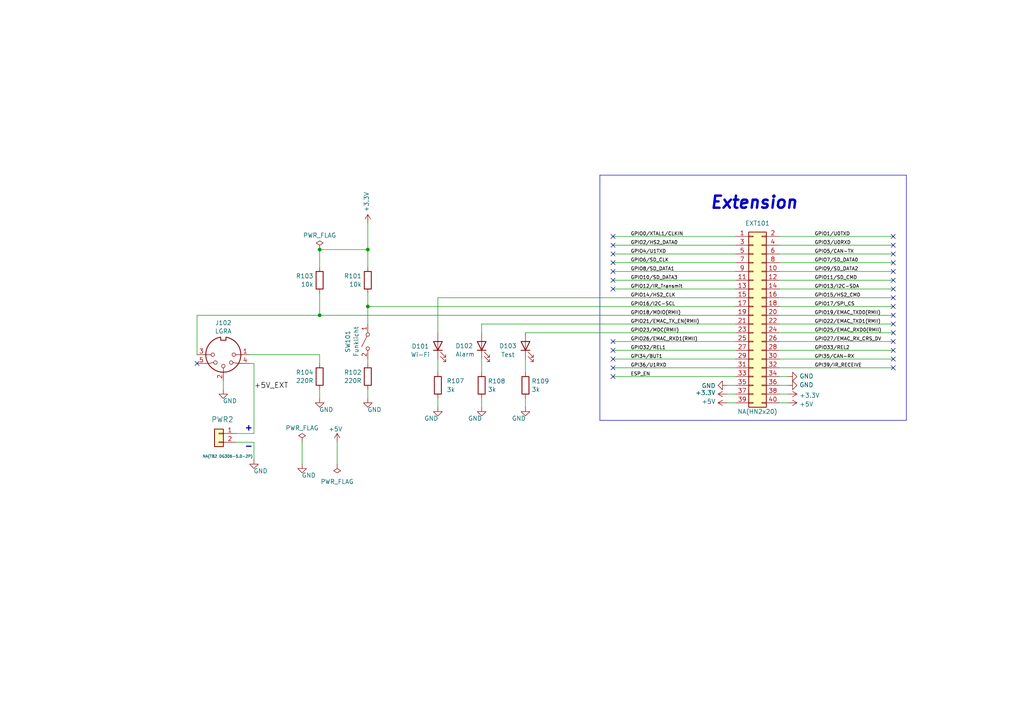
<source format=kicad_sch>
(kicad_sch (version 20230121) (generator eeschema)
  (paper "A4")
  (title_block (title "ESP32-Alarmlicht") (date "2023-11-06") (rev "1.0.0") (comment 1 "https://github.com/momu/esp32-alarmlicht"))
  (lib_symbols
    (symbol "Connector:DIN-5_180degree" (pin_names (offset 1.016))
      (property "Reference" "J" (at 3.175 5.715 0))
      (property "Value" "DIN-5_180degree" (at 0 -6.35 0))
      (symbol "DIN-5_180degree_0_1"
        (arc (start -5.08 0) (mid -3.8609 -3.3364) (end -0.762 -5.08) (stroke (width 0.254)))
        (circle (center -3.048 0) (radius 0.508))
        (circle (center -2.286 2.286) (radius 0.508))
        (polyline (pts (xy -5.08 0) (xy -3.556 0)))
        (polyline (pts (xy 0 5.08) (xy 0 3.81)))
        (polyline (pts (xy 5.08 0) (xy 3.556 0)))
        (polyline (pts (xy -5.08 2.54) (xy -4.318 2.54) (xy -2.794 2.286)))
        (polyline (pts (xy 5.08 2.54) (xy 4.318 2.54) (xy 2.794 2.286)))
        (polyline (pts (xy -0.762 -4.953) (xy -0.762 -4.191) (xy 0.762 -4.191) (xy 0.762 -4.953)) (stroke (width 0.254)))
        (circle (center 0 3.302) (radius 0.508))
        (arc (start 0.762 -5.08) (mid 3.8685 -3.343) (end 5.08 0) (stroke (width 0.254)))
        (circle (center 2.286 2.286) (radius 0.508))
        (circle (center 3.048 0) (radius 0.508))
        (arc (start 5.08 0) (mid 0 5.0579) (end -5.08 0) (stroke (width 0.254)))
      )
      (symbol "DIN-5_180degree_1_1"
        (pin passive line (at -7.62 0 0) (length 2.54) (name "~") (number "1"))
        (pin passive line (at 0 7.62 270) (length 2.54) (name "~") (number "2"))
        (pin passive line (at 7.62 0 180) (length 2.54) (name "~") (number "3"))
        (pin passive line (at -7.62 2.54 0) (length 2.54) (name "~") (number "4"))
        (pin passive line (at 7.62 2.54 180) (length 2.54) (name "~") (number "5"))
      )
    )
    (symbol "Connector_Generic:Conn_01x02" (pin_names (offset 1.016) hide)
      (property "Reference" "J" (at 0 2.54 0))
      (property "Value" "Conn_01x02" (at 0 -5.08 0))
      (symbol "Conn_01x02_1_1"
        (rectangle (start -1.27 -2.413) (end 0 -2.667) (stroke (width 0.1524)))
        (rectangle (start -1.27 0.127) (end 0 -0.127) (stroke (width 0.1524)))
        (rectangle (start -1.27 1.27) (end 1.27 -3.81) (stroke (width 0.254)) (fill (type background)))
        (pin passive line (at -5.08 0 0) (length 3.81) (name "Pin_1") (number "1"))
        (pin passive line (at -5.08 -2.54 0) (length 3.81) (name "Pin_2") (number "2"))
      )
    )
    (symbol "Connector_Generic:Conn_02x20_Odd_Even" (pin_names (offset 1.016) hide)
      (property "Reference" "J" (at 1.27 25.4 0))
      (property "Value" "Conn_02x20_Odd_Even" (at 1.27 -27.94 0))
      (symbol "Conn_02x20_Odd_Even_1_1"
        (rectangle (start -1.27 -25.273) (end 0 -25.527) (stroke (width 0.1524)))
        (rectangle (start -1.27 -22.733) (end 0 -22.987) (stroke (width 0.1524)))
        (rectangle (start -1.27 -20.193) (end 0 -20.447) (stroke (width 0.1524)))
        (rectangle (start -1.27 -17.653) (end 0 -17.907) (stroke (width 0.1524)))
        (rectangle (start -1.27 -15.113) (end 0 -15.367) (stroke (width 0.1524)))
        (rectangle (start -1.27 -12.573) (end 0 -12.827) (stroke (width 0.1524)))
        (rectangle (start -1.27 -10.033) (end 0 -10.287) (stroke (width 0.1524)))
        (rectangle (start -1.27 -7.493) (end 0 -7.747) (stroke (width 0.1524)))
        (rectangle (start -1.27 -4.953) (end 0 -5.207) (stroke (width 0.1524)))
        (rectangle (start -1.27 -2.413) (end 0 -2.667) (stroke (width 0.1524)))
        (rectangle (start -1.27 0.127) (end 0 -0.127) (stroke (width 0.1524)))
        (rectangle (start -1.27 2.667) (end 0 2.413) (stroke (width 0.1524)))
        (rectangle (start -1.27 5.207) (end 0 4.953) (stroke (width 0.1524)))
        (rectangle (start -1.27 7.747) (end 0 7.493) (stroke (width 0.1524)))
        (rectangle (start -1.27 10.287) (end 0 10.033) (stroke (width 0.1524)))
        (rectangle (start -1.27 12.827) (end 0 12.573) (stroke (width 0.1524)))
        (rectangle (start -1.27 15.367) (end 0 15.113) (stroke (width 0.1524)))
        (rectangle (start -1.27 17.907) (end 0 17.653) (stroke (width 0.1524)))
        (rectangle (start -1.27 20.447) (end 0 20.193) (stroke (width 0.1524)))
        (rectangle (start -1.27 22.987) (end 0 22.733) (stroke (width 0.1524)))
        (rectangle (start -1.27 24.13) (end 3.81 -26.67) (stroke (width 0.254)) (fill (type background)))
        (rectangle (start 3.81 -25.273) (end 2.54 -25.527) (stroke (width 0.1524)))
        (rectangle (start 3.81 -22.733) (end 2.54 -22.987) (stroke (width 0.1524)))
        (rectangle (start 3.81 -20.193) (end 2.54 -20.447) (stroke (width 0.1524)))
        (rectangle (start 3.81 -17.653) (end 2.54 -17.907) (stroke (width 0.1524)))
        (rectangle (start 3.81 -15.113) (end 2.54 -15.367) (stroke (width 0.1524)))
        (rectangle (start 3.81 -12.573) (end 2.54 -12.827) (stroke (width 0.1524)))
        (rectangle (start 3.81 -10.033) (end 2.54 -10.287) (stroke (width 0.1524)))
        (rectangle (start 3.81 -7.493) (end 2.54 -7.747) (stroke (width 0.1524)))
        (rectangle (start 3.81 -4.953) (end 2.54 -5.207) (stroke (width 0.1524)))
        (rectangle (start 3.81 -2.413) (end 2.54 -2.667) (stroke (width 0.1524)))
        (rectangle (start 3.81 0.127) (end 2.54 -0.127) (stroke (width 0.1524)))
        (rectangle (start 3.81 2.667) (end 2.54 2.413) (stroke (width 0.1524)))
        (rectangle (start 3.81 5.207) (end 2.54 4.953) (stroke (width 0.1524)))
        (rectangle (start 3.81 7.747) (end 2.54 7.493) (stroke (width 0.1524)))
        (rectangle (start 3.81 10.287) (end 2.54 10.033) (stroke (width 0.1524)))
        (rectangle (start 3.81 12.827) (end 2.54 12.573) (stroke (width 0.1524)))
        (rectangle (start 3.81 15.367) (end 2.54 15.113) (stroke (width 0.1524)))
        (rectangle (start 3.81 17.907) (end 2.54 17.653) (stroke (width 0.1524)))
        (rectangle (start 3.81 20.447) (end 2.54 20.193) (stroke (width 0.1524)))
        (rectangle (start 3.81 22.987) (end 2.54 22.733) (stroke (width 0.1524)))
        (pin passive line (at -5.08 22.86 0) (length 3.81) (name "Pin_1") (number "1"))
        (pin passive line (at 7.62 12.7 180) (length 3.81) (name "Pin_10") (number "10"))
        (pin passive line (at -5.08 10.16 0) (length 3.81) (name "Pin_11") (number "11"))
        (pin passive line (at 7.62 10.16 180) (length 3.81) (name "Pin_12") (number "12"))
        (pin passive line (at -5.08 7.62 0) (length 3.81) (name "Pin_13") (number "13"))
        (pin passive line (at 7.62 7.62 180) (length 3.81) (name "Pin_14") (number "14"))
        (pin passive line (at -5.08 5.08 0) (length 3.81) (name "Pin_15") (number "15"))
        (pin passive line (at 7.62 5.08 180) (length 3.81) (name "Pin_16") (number "16"))
        (pin passive line (at -5.08 2.54 0) (length 3.81) (name "Pin_17") (number "17"))
        (pin passive line (at 7.62 2.54 180) (length 3.81) (name "Pin_18") (number "18"))
        (pin passive line (at -5.08 0 0) (length 3.81) (name "Pin_19") (number "19"))
        (pin passive line (at 7.62 22.86 180) (length 3.81) (name "Pin_2") (number "2"))
        (pin passive line (at 7.62 0 180) (length 3.81) (name "Pin_20") (number "20"))
        (pin passive line (at -5.08 -2.54 0) (length 3.81) (name "Pin_21") (number "21"))
        (pin passive line (at 7.62 -2.54 180) (length 3.81) (name "Pin_22") (number "22"))
        (pin passive line (at -5.08 -5.08 0) (length 3.81) (name "Pin_23") (number "23"))
        (pin passive line (at 7.62 -5.08 180) (length 3.81) (name "Pin_24") (number "24"))
        (pin passive line (at -5.08 -7.62 0) (length 3.81) (name "Pin_25") (number "25"))
        (pin passive line (at 7.62 -7.62 180) (length 3.81) (name "Pin_26") (number "26"))
        (pin passive line (at -5.08 -10.16 0) (length 3.81) (name "Pin_27") (number "27"))
        (pin passive line (at 7.62 -10.16 180) (length 3.81) (name "Pin_28") (number "28"))
        (pin passive line (at -5.08 -12.7 0) (length 3.81) (name "Pin_29") (number "29"))
        (pin passive line (at -5.08 20.32 0) (length 3.81) (name "Pin_3") (number "3"))
        (pin passive line (at 7.62 -12.7 180) (length 3.81) (name "Pin_30") (number "30"))
        (pin passive line (at -5.08 -15.24 0) (length 3.81) (name "Pin_31") (number "31"))
        (pin passive line (at 7.62 -15.24 180) (length 3.81) (name "Pin_32") (number "32"))
        (pin passive line (at -5.08 -17.78 0) (length 3.81) (name "Pin_33") (number "33"))
        (pin passive line (at 7.62 -17.78 180) (length 3.81) (name "Pin_34") (number "34"))
        (pin passive line (at -5.08 -20.32 0) (length 3.81) (name "Pin_35") (number "35"))
        (pin passive line (at 7.62 -20.32 180) (length 3.81) (name "Pin_36") (number "36"))
        (pin passive line (at -5.08 -22.86 0) (length 3.81) (name "Pin_37") (number "37"))
        (pin passive line (at 7.62 -22.86 180) (length 3.81) (name "Pin_38") (number "38"))
        (pin passive line (at -5.08 -25.4 0) (length 3.81) (name "Pin_39") (number "39"))
        (pin passive line (at 7.62 20.32 180) (length 3.81) (name "Pin_4") (number "4"))
        (pin passive line (at 7.62 -25.4 180) (length 3.81) (name "Pin_40") (number "40"))
        (pin passive line (at -5.08 17.78 0) (length 3.81) (name "Pin_5") (number "5"))
        (pin passive line (at 7.62 17.78 180) (length 3.81) (name "Pin_6") (number "6"))
        (pin passive line (at -5.08 15.24 0) (length 3.81) (name "Pin_7") (number "7"))
        (pin passive line (at 7.62 15.24 180) (length 3.81) (name "Pin_8") (number "8"))
        (pin passive line (at -5.08 12.7 0) (length 3.81) (name "Pin_9") (number "9"))
      )
    )
    (symbol "Device:LED" (pin_numbers hide) (pin_names (offset 1.016) hide)
      (property "Reference" "D" (at 0 2.54 0))
      (property "Value" "LED" (at 0 -2.54 0))
      (symbol "LED_0_1"
        (polyline (pts (xy -1.27 -1.27) (xy -1.27 1.27)) (stroke (width 0.254)))
        (polyline (pts (xy -1.27 0) (xy 1.27 0)))
        (polyline (pts (xy 1.27 -1.27) (xy 1.27 1.27) (xy -1.27 0) (xy 1.27 -1.27)) (stroke (width 0.254)))
        (polyline (pts (xy -3.048 -0.762) (xy -4.572 -2.286) (xy -3.81 -2.286) (xy -4.572 -2.286) (xy -4.572 -1.524)))
        (polyline (pts (xy -1.778 -0.762) (xy -3.302 -2.286) (xy -2.54 -2.286) (xy -3.302 -2.286) (xy -3.302 -1.524)))
      )
      (symbol "LED_1_1"
        (pin passive line (at -3.81 0 0) (length 2.54) (name "K") (number "1"))
        (pin passive line (at 3.81 0 180) (length 2.54) (name "A") (number "2"))
      )
    )
    (symbol "Device:R" (pin_numbers hide) (pin_names (offset 0))
      (property "Reference" "R" (at 2.032 0 90))
      (property "Value" "R" (at 0 0 90))
      (symbol "R_0_1"
        (rectangle (start -1.016 -2.54) (end 1.016 2.54) (stroke (width 0.254)))
      )
      (symbol "R_1_1"
        (pin passive line (at 0 3.81 270) (length 1.27) (name "~") (number "1"))
        (pin passive line (at 0 -3.81 90) (length 1.27) (name "~") (number "2"))
      )
    )
    (symbol "Switch:SW_SPST" (pin_names (offset 0) hide)
      (property "Reference" "SW" (at 0 3.175 0))
      (property "Value" "SW_SPST" (at 0 -2.54 0))
      (symbol "SW_SPST_0_0"
        (circle (center -2.032 0) (radius 0.508))
        (polyline (pts (xy -1.524 0.254) (xy 1.524 1.778)))
        (circle (center 2.032 0) (radius 0.508))
      )
      (symbol "SW_SPST_1_1"
        (pin passive line (at -5.08 0 0) (length 2.54) (name "A") (number "1"))
        (pin passive line (at 5.08 0 180) (length 2.54) (name "B") (number "2"))
      )
    )
    (symbol "power:+3.3V" (power) (pin_names (offset 0))
      (property "Value" "+3.3V" (at 0 3.556 0))
      (symbol "+3.3V_0_1"
        (polyline (pts (xy -0.762 1.27) (xy 0 2.54)))
        (polyline (pts (xy 0 0) (xy 0 2.54)))
        (polyline (pts (xy 0 2.54) (xy 0.762 1.27)))
      )
      (symbol "+3.3V_1_1"
        (pin power_in line (at 0 0 90) (length 0) hide (name "+3.3V") (number "1"))
      )
    )
    (symbol "power:+5V" (power) (pin_names (offset 0))
      (property "Value" "+5V" (at 0 3.556 0))
      (symbol "+5V_0_1"
        (polyline (pts (xy -0.762 1.27) (xy 0 2.54)))
        (polyline (pts (xy 0 0) (xy 0 2.54)))
        (polyline (pts (xy 0 2.54) (xy 0.762 1.27)))
      )
      (symbol "+5V_1_1"
        (pin power_in line (at 0 0 90) (length 0) hide (name "+5V") (number "1"))
      )
    )
    (symbol "power:GND" (power) (pin_names (offset 0))
      (property "Value" "GND" (at 0 -3.81 0))
      (symbol "GND_0_1"
        (polyline (pts (xy 0 0) (xy 0 -1.27) (xy 1.27 -1.27) (xy 0 -2.54) (xy -1.27 -1.27) (xy 0 -1.27)))
      )
      (symbol "GND_1_1"
        (pin power_in line (at 0 0 270) (length 0) hide (name "GND") (number "1"))
      )
    )
    (symbol "power:PWR_FLAG" (power) (pin_numbers hide) (pin_names (offset 0) hide)
      (property "Value" "PWR_FLAG" (at 0 3.81 0))
      (symbol "PWR_FLAG_0_0"
        (pin power_out line (at 0 0 90) (length 0) (name "pwr") (number "1"))
      )
      (symbol "PWR_FLAG_0_1"
        (polyline (pts (xy 0 0) (xy 0 1.27) (xy -1.016 1.905) (xy 0 2.54) (xy 1.016 1.905) (xy 0 1.27)))
      )
    )
  )
  (junction (at 106.68 88.9))
  (junction (at 106.68 72.39))
  (junction (at 92.71 72.39))
  (junction (at 92.71 91.44))
  (no_connect (at 259.08 78.74))
  (no_connect (at 57.15 105.41))
  (no_connect (at 259.08 88.9))
  (no_connect (at 177.8 73.66))
  (no_connect (at 177.8 83.82))
  (no_connect (at 177.8 106.68))
  (no_connect (at 259.08 76.2))
  (no_connect (at 259.08 106.68))
  (no_connect (at 259.08 83.82))
  (no_connect (at 259.08 68.58))
  (no_connect (at 259.08 81.28))
  (no_connect (at 259.08 101.6))
  (no_connect (at 177.8 81.28))
  (no_connect (at 259.08 73.66))
  (no_connect (at 177.8 109.22))
  (no_connect (at 259.08 71.12))
  (no_connect (at 177.8 104.14))
  (no_connect (at 259.08 93.98))
  (no_connect (at 177.8 71.12))
  (no_connect (at 177.8 101.6))
  (no_connect (at 259.08 96.52))
  (no_connect (at 259.08 86.36))
  (no_connect (at 177.8 68.58))
  (no_connect (at 259.08 104.14))
  (no_connect (at 259.08 99.06))
  (no_connect (at 177.8 76.2))
  (no_connect (at 177.8 99.06))
  (no_connect (at 259.08 91.44))
  (no_connect (at 177.8 78.74))
  (wire (pts (xy 97.79 128.27) (xy 97.79 134.62)))
  (wire (pts (xy 213.36 76.2) (xy 177.8 76.2)))
  (wire (pts (xy 226.06 106.68) (xy 259.08 106.68)))
  (wire (pts (xy 226.06 86.36) (xy 259.08 86.36)))
  (wire (pts (xy 106.68 113.03) (xy 106.68 115.57)))
  (wire (pts (xy 106.68 72.39) (xy 106.68 77.47)))
  (wire (pts (xy 152.4 115.57) (xy 152.4 118.11)))
  (wire (pts (xy 213.36 81.28) (xy 177.8 81.28)))
  (wire (pts (xy 68.58 125.73) (xy 73.66 125.73)))
  (wire (pts (xy 73.66 128.27) (xy 73.66 133.35)))
  (wire (pts (xy 213.36 68.58) (xy 177.8 68.58)))
  (wire (pts (xy 92.71 91.44) (xy 213.36 91.44)))
  (wire (pts (xy 213.36 78.74) (xy 177.8 78.74)))
  (wire (pts (xy 57.15 91.44) (xy 57.15 102.87)))
  (wire (pts (xy 213.36 99.06) (xy 177.8 99.06)))
  (wire (pts (xy 92.71 77.47) (xy 92.71 72.39)))
  (wire (pts (xy 226.06 111.76) (xy 228.6 111.76)))
  (wire (pts (xy 226.06 91.44) (xy 259.08 91.44)))
  (wire (pts (xy 226.06 81.28) (xy 259.08 81.28)))
  (wire (pts (xy 127 115.57) (xy 127 118.11)))
  (polyline (pts (xy 262.89 121.92) (xy 262.89 50.8)))
  (wire (pts (xy 213.36 106.68) (xy 177.8 106.68)))
  (wire (pts (xy 226.06 101.6) (xy 259.08 101.6)))
  (wire (pts (xy 139.7 104.14) (xy 139.7 107.95)))
  (wire (pts (xy 213.36 109.22) (xy 177.8 109.22)))
  (wire (pts (xy 92.71 91.44) (xy 57.15 91.44)))
  (wire (pts (xy 226.06 83.82) (xy 259.08 83.82)))
  (wire (pts (xy 213.36 101.6) (xy 177.8 101.6)))
  (wire (pts (xy 87.63 128.27) (xy 87.63 134.62)))
  (polyline (pts (xy 262.89 50.8) (xy 173.99 50.8)))
  (wire (pts (xy 228.6 109.22) (xy 226.06 109.22)))
  (wire (pts (xy 210.82 114.3) (xy 213.36 114.3)))
  (wire (pts (xy 226.06 73.66) (xy 259.08 73.66)))
  (wire (pts (xy 92.71 85.09) (xy 92.71 91.44)))
  (wire (pts (xy 106.68 88.9) (xy 213.36 88.9)))
  (wire (pts (xy 152.4 104.14) (xy 152.4 107.95)))
  (wire (pts (xy 106.68 85.09) (xy 106.68 88.9)))
  (polyline (pts (xy 173.99 121.92) (xy 262.89 121.92)))
  (wire (pts (xy 210.82 111.76) (xy 213.36 111.76)))
  (wire (pts (xy 64.77 110.49) (xy 64.77 113.03)))
  (wire (pts (xy 226.06 104.14) (xy 259.08 104.14)))
  (wire (pts (xy 139.7 93.98) (xy 139.7 96.52)))
  (wire (pts (xy 139.7 115.57) (xy 139.7 118.11)))
  (wire (pts (xy 106.68 104.14) (xy 106.68 105.41)))
  (wire (pts (xy 213.36 71.12) (xy 177.8 71.12)))
  (wire (pts (xy 226.06 78.74) (xy 259.08 78.74)))
  (wire (pts (xy 106.68 64.77) (xy 106.68 72.39)))
  (wire (pts (xy 226.06 76.2) (xy 259.08 76.2)))
  (wire (pts (xy 210.82 116.84) (xy 213.36 116.84)))
  (wire (pts (xy 228.6 114.3) (xy 226.06 114.3)))
  (wire (pts (xy 226.06 99.06) (xy 259.08 99.06)))
  (wire (pts (xy 92.71 72.39) (xy 106.68 72.39)))
  (wire (pts (xy 152.4 96.52) (xy 213.36 96.52)))
  (wire (pts (xy 226.06 68.58) (xy 259.08 68.58)))
  (wire (pts (xy 127 86.36) (xy 213.36 86.36)))
  (wire (pts (xy 92.71 102.87) (xy 92.71 105.41)))
  (wire (pts (xy 127 104.14) (xy 127 107.95)))
  (wire (pts (xy 213.36 83.82) (xy 177.8 83.82)))
  (wire (pts (xy 226.06 71.12) (xy 259.08 71.12)))
  (wire (pts (xy 226.06 88.9) (xy 259.08 88.9)))
  (wire (pts (xy 139.7 93.98) (xy 213.36 93.98)))
  (wire (pts (xy 73.66 105.41) (xy 72.39 105.41)))
  (wire (pts (xy 72.39 102.87) (xy 92.71 102.87)))
  (wire (pts (xy 73.66 105.41) (xy 73.66 125.73)))
  (wire (pts (xy 213.36 73.66) (xy 177.8 73.66)))
  (wire (pts (xy 68.58 128.27) (xy 73.66 128.27)))
  (wire (pts (xy 106.68 88.9) (xy 106.68 93.98)))
  (wire (pts (xy 92.71 113.03) (xy 92.71 115.57)))
  (polyline (pts (xy 173.99 50.8) (xy 173.99 121.92)))
  (wire (pts (xy 226.06 96.52) (xy 259.08 96.52)))
  (wire (pts (xy 213.36 104.14) (xy 177.8 104.14)))
  (wire (pts (xy 127 86.36) (xy 127 96.52)))
  (wire (pts (xy 226.06 93.98) (xy 259.08 93.98)))
  (wire (pts (xy 226.06 116.84) (xy 228.6 116.84)))
  (text "-" (at 70.866 130.556 0) (effects (font (size 1.7018 1.7018) (thickness 0.3404) bold) (justify left bottom)))
  (text "+" (at 70.866 125.222 0) (effects (font (size 1.7018 1.7018) (thickness 0.3404) bold) (justify left bottom)))
  (text "Extension" (at 205.74 60.96 0) (effects (font (size 3.5052 3.5052) (thickness 0.701) bold italic) (justify left bottom)))
  (label "GPIO7/SD_DATA0" (at 236.22 76.2 0) (effects (font (size 0.9906 0.9906))))
  (label "GPIO5/CAN-TX" (at 236.22 73.66 0) (effects (font (size 0.9906 0.9906))))
  (label "GPIO23/MDC(RMII)" (at 182.88 96.52 0) (effects (font (size 0.9906 0.9906))))
  (label "GPIO32/REL1" (at 182.88 101.6 0) (effects (font (size 0.9906 0.9906))))
  (label "GPIO26/EMAC_RXD1(RMII)" (at 182.88 99.06 0) (effects (font (size 0.9906 0.9906))))
  (label "GPIO25/EMAC_RXD0(RMII)" (at 236.22 96.52 0) (effects (font (size 0.9906 0.9906))))
  (label "GPIO9/SD_DATA2" (at 236.22 78.74 0) (effects (font (size 0.9906 0.9906))))
  (label "GPIO21/EMAC_TX_EN(RMII)" (at 182.88 93.98 0) (effects (font (size 0.9906 0.9906))))
  (label "GPIO6/SD_CLK" (at 182.88 76.2 0) (effects (font (size 0.9906 0.9906))))
  (label "GPIO19/EMAC_TXD0(RMII)" (at 236.22 91.44 0) (effects (font (size 0.9906 0.9906))))
  (label "GPIO16/I2C-SCL" (at 182.88 88.9 0) (effects (font (size 0.9906 0.9906))))
  (label "GPIO18/MDIO(RMII)" (at 182.88 91.44 0) (effects (font (size 0.9906 0.9906))))
  (label "GPIO4/U1TXD" (at 182.88 73.66 0) (effects (font (size 0.9906 0.9906))))
  (label "GPIO12/IR_Transmit" (at 182.88 83.82 0) (effects (font (size 0.9906 0.9906))))
  (label "GPIO22/EMAC_TXD1(RMII)" (at 236.22 93.98 0) (effects (font (size 0.9906 0.9906))))
  (label "GPI35/CAN-RX" (at 236.22 104.14 0) (effects (font (size 0.9906 0.9906))))
  (label "GPIO17/SPI_CS" (at 236.22 88.9 0) (effects (font (size 0.9906 0.9906))))
  (label "GPIO10/SD_DATA3" (at 182.88 81.28 0) (effects (font (size 0.9906 0.9906))))
  (label "GPIO8/SD_DATA1" (at 182.88 78.74 0) (effects (font (size 0.9906 0.9906))))
  (label "GPIO3/U0RXD" (at 236.22 71.12 0) (effects (font (size 0.9906 0.9906))))
  (label "GPI34/BUT1" (at 182.88 104.14 0) (effects (font (size 0.9906 0.9906))))
  (label "ESP_EN" (at 182.88 109.22 0) (effects (font (size 0.9906 0.9906))))
  (label "GPIO14/HS2_CLK" (at 182.88 86.36 0) (effects (font (size 0.9906 0.9906))))
  (label "GPIO0/XTAL1/CLKIN" (at 182.88 68.58 0) (effects (font (size 0.9906 0.9906))))
  (label "+5V_EXT" (at 73.66 113.03 0) (effects (font (size 1.524 1.524))))
  (label "GPI36/U1RXD" (at 182.88 106.68 0) (effects (font (size 0.9906 0.9906))))
  (label "GPIO13/I2C-SDA" (at 236.22 83.82 0) (effects (font (size 0.9906 0.9906))))
  (label "GPIO33/REL2" (at 236.22 101.6 0) (effects (font (size 0.9906 0.9906))))
  (label "GPIO2/HS2_DATA0" (at 182.88 71.12 0) (effects (font (size 0.9906 0.9906))))
  (label "GPIO1/U0TXD" (at 236.22 68.58 0) (effects (font (size 0.9906 0.9906))))
  (label "GPIO15/HS2_CMD" (at 236.22 86.36 0) (effects (font (size 0.9906 0.9906))))
  (label "GPIO11/SD_CMD" (at 236.22 81.28 0) (effects (font (size 0.9906 0.9906))))
  (label "GPIO27/EMAC_RX_CRS_DV" (at 236.22 99.06 0) (effects (font (size 0.9906 0.9906))))
  (label "GPI39/IR_RECEIVE" (at 236.22 106.68 0) (effects (font (size 0.9906 0.9906))))
  (symbol (lib_id "power:GND") (at 73.66 133.35 0) (mirror y) (unit 1)
    (property "Reference" "#PWR0118" (effects hide))
    (property "Value" "GND" (at 73.533 136.6012 0) (effects (justify right)))
  )
  (symbol (lib_id "Device:R") (at 152.4 111.76 0) (unit 1)
    (property "Reference" "R109" (at 154.178 110.5479 0) (effects (justify left)))
    (property "Value" "3k" (at 154.178 112.9721 0) (effects (justify left)))
  )
  (symbol (lib_id "power:GND") (at 210.82 111.76 270) (unit 1)
    (property "Reference" "#PWR0101" (effects hide))
    (property "Value" "GND" (at 207.5688 111.887 90) (effects (justify right)))
  )
  (symbol (lib_id "power:PWR_FLAG") (at 87.63 128.27 0) (unit 1)
    (property "Reference" "#FLG0102" (effects hide))
    (property "Value" "PWR_FLAG" (at 87.63 124.1369 0))
  )
  (symbol (lib_id "Connector:DIN-5_180degree") (at 64.77 102.87 180) (unit 1)
    (property "Reference" "J102" (at 64.7699 93.6457 0))
    (property "Value" "LGRA" (at 64.7699 96.0699 0))
    (property "Datasheet" "http://www.mouser.com/ds/2/18/40_c091_abd_e-75918.pdf" (effects hide))
  )
  (symbol (lib_id "Switch:SW_SPST") (at 106.68 99.06 90) (mirror x) (unit 1)
    (property "Reference" "SW101" (at 100.8847 99.06 0))
    (property "Value" "Funklicht" (at 103.3089 99.06 0))
  )
  (symbol (lib_id "power:+3.3V") (at 228.6 114.3 270) (unit 1)
    (property "Reference" "#PWR0106" (effects hide))
    (property "Value" "+3.3V" (at 231.8512 114.681 90) (effects (justify left)))
  )
  (symbol (lib_id "power:+5V") (at 228.6 116.84 270) (unit 1)
    (property "Reference" "#PWR0107" (effects hide))
    (property "Value" "+5V" (at 231.8512 117.221 90) (effects (justify left)))
  )
  (symbol (lib_id "Device:LED") (at 152.4 100.33 90) (unit 1)
    (property "Reference" "D103" (at 147.32 100.33 90))
    (property "Value" "Test" (at 147.32 102.87 90))
  )
  (symbol (lib_id "power:GND") (at 139.7 118.11 0) (unit 1)
    (property "Reference" "#PWR0115" (effects hide))
    (property "Value" "GND" (at 139.827 121.3612 0) (effects (justify right)))
  )
  (symbol (lib_id "power:GND") (at 228.6 111.76 90) (unit 1)
    (property "Reference" "#PWR0105" (effects hide))
    (property "Value" "GND" (at 231.8512 111.633 90) (effects (justify right)))
  )
  (symbol (lib_id "power:+5V") (at 97.79 128.27 0) (unit 1)
    (property "Reference" "#PWR01" (effects hide))
    (property "Value" "+5V" (at 95.25 124.46 0) (effects (justify left)))
  )
  (symbol (lib_id "Connector_Generic:Conn_02x20_Odd_Even") (at 218.44 91.44 0) (unit 1)
    (property "Reference" "EXT101" (at 219.71 64.77 0))
    (property "Value" "NA(HN2x20)" (at 219.71 119.38 0))
    (property "Footprint" "OLIMEX_Connectors-FP:HN2x20" (effects hide))
    (property "Fieldname 1" "Value 1" (effects hide))
    (property "Fieldname2" "Value2" (effects hide))
    (property "Fieldname3" "Value3" (effects hide))
  )
  (symbol (lib_id "Connector_Generic:Conn_01x02") (at 63.5 125.73 0) (mirror y) (unit 1)
    (property "Reference" "PWR2" (at 64.516 121.666 0) (effects (font (size 1.524 1.524))))
    (property "Value" "NA(TB2 DG306-5.0-2P)" (at 66.04 132.334 0) (effects (font (size 0.7874 0.7874))))
    (property "Footprint" "OLIMEX_Connectors-FP:TB2-DG306-5.0_2P" (effects hide))
    (property "Fieldname 1" "Value 1" (effects hide))
    (property "Fieldname2" "Value2" (effects hide))
    (property "Fieldname3" "Value3" (effects hide))
  )
  (symbol (lib_id "power:+3.3V") (at 106.68 64.77 0) (mirror y) (unit 1)
    (property "Reference" "#PWR0108" (effects hide))
    (property "Value" "+3.3V" (at 106.299 61.5188 90) (effects (justify left)))
  )
  (symbol (lib_id "Device:R") (at 106.68 109.22 0) (mirror y) (unit 1)
    (property "Reference" "R102" (at 104.902 108.0079 0) (effects (justify left)))
    (property "Value" "220R" (at 104.902 110.4321 0) (effects (justify left)))
  )
  (symbol (lib_id "power:GND") (at 92.71 115.57 0) (mirror y) (unit 1)
    (property "Reference" "#PWR0110" (effects hide))
    (property "Value" "GND" (at 92.583 118.8212 0) (effects (justify right)))
  )
  (symbol (lib_id "power:GND") (at 228.6 109.22 90) (unit 1)
    (property "Reference" "#PWR0104" (effects hide))
    (property "Value" "GND" (at 231.8512 109.093 90) (effects (justify right)))
  )
  (symbol (lib_id "Device:R") (at 92.71 81.28 0) (mirror y) (unit 1)
    (property "Reference" "R103" (at 90.932 80.0679 0) (effects (justify left)))
    (property "Value" "10k" (at 90.932 82.4921 0) (effects (justify left)))
  )
  (symbol (lib_id "power:PWR_FLAG") (at 92.71 72.39 0) (unit 1)
    (property "Reference" "#FLG0101" (effects hide))
    (property "Value" "PWR_FLAG" (at 92.71 68.2569 0))
  )
  (symbol (lib_id "power:GND") (at 87.63 134.62 0) (mirror y) (unit 1)
    (property "Reference" "#PWR0111" (effects hide))
    (property "Value" "GND" (at 87.503 137.8712 0) (effects (justify right)))
  )
  (symbol (lib_id "power:GND") (at 64.77 113.03 0) (mirror y) (unit 1)
    (property "Reference" "#PWR0117" (effects hide))
    (property "Value" "GND" (at 64.643 116.2812 0) (effects (justify right)))
  )
  (symbol (lib_id "Device:LED") (at 127 100.33 90) (unit 1)
    (property "Reference" "D101" (at 121.92 100.4458 90))
    (property "Value" "Wi-Fi" (at 121.92 102.87 90))
  )
  (symbol (lib_id "Device:R") (at 106.68 81.28 0) (mirror y) (unit 1)
    (property "Reference" "R101" (at 104.902 80.0679 0) (effects (justify left)))
    (property "Value" "10k" (at 104.902 82.4921 0) (effects (justify left)))
  )
  (symbol (lib_id "power:GND") (at 152.4 118.11 0) (unit 1)
    (property "Reference" "#PWR0116" (effects hide))
    (property "Value" "GND" (at 152.527 121.3612 0) (effects (justify right)))
  )
  (symbol (lib_id "Device:R") (at 127 111.76 0) (unit 1)
    (property "Reference" "R107" (at 129.54 110.49 0) (effects (justify left)))
    (property "Value" "3k" (at 129.54 113.03 0) (effects (justify left)))
  )
  (symbol (lib_id "power:PWR_FLAG") (at 97.79 134.62 180) (unit 1)
    (property "Reference" "#FLG01" (effects hide))
    (property "Value" "PWR_FLAG" (at 97.79 139.7 0))
  )
  (symbol (lib_id "power:+3.3V") (at 210.82 114.3 90) (unit 1)
    (property "Reference" "#PWR0102" (effects hide))
    (property "Value" "+3.3V" (at 207.5688 113.919 90) (effects (justify left)))
  )
  (symbol (lib_id "power:GND") (at 106.68 115.57 0) (mirror y) (unit 1)
    (property "Reference" "#PWR0109" (effects hide))
    (property "Value" "GND" (at 106.553 118.8212 0) (effects (justify right)))
  )
  (symbol (lib_id "power:+5V") (at 210.82 116.84 90) (unit 1)
    (property "Reference" "#PWR0103" (effects hide))
    (property "Value" "+5V" (at 207.5688 116.459 90) (effects (justify left)))
  )
  (symbol (lib_id "Device:R") (at 139.7 111.76 0) (unit 1)
    (property "Reference" "R108" (at 141.478 110.5479 0) (effects (justify left)))
    (property "Value" "3k" (at 141.478 112.9721 0) (effects (justify left)))
  )
  (symbol (lib_id "Device:LED") (at 139.7 100.33 90) (unit 1)
    (property "Reference" "D102" (at 132.08 100.33 90) (effects (justify right)))
    (property "Value" "Alarm" (at 132.08 102.7542 90) (effects (justify right)))
  )
  (symbol (lib_id "power:GND") (at 127 118.11 0) (unit 1)
    (property "Reference" "#PWR0114" (effects hide))
    (property "Value" "GND" (at 127.127 121.3612 0) (effects (justify right)))
  )
  (symbol (lib_id "Device:R") (at 92.71 109.22 0) (mirror y) (unit 1)
    (property "Reference" "R104" (at 90.932 108.0079 0) (effects (justify left)))
    (property "Value" "220R" (at 90.932 110.4321 0) (effects (justify left)))
  )
)
</source>
